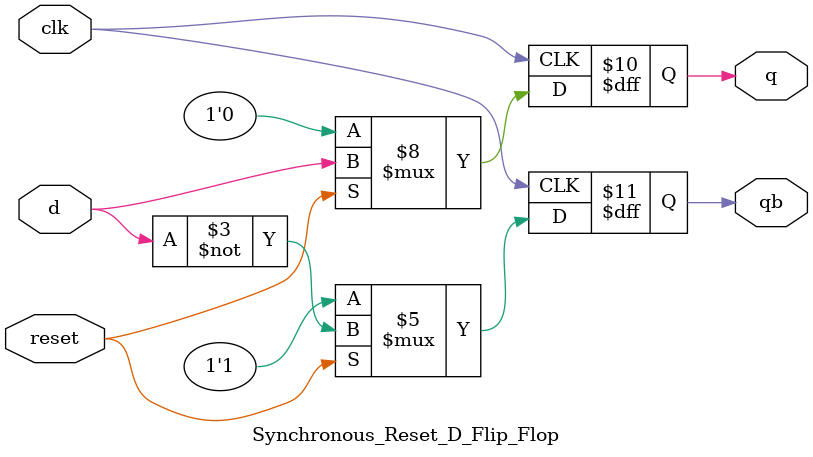
<source format=v>
`timescale 1ns / 1ps


module Synchronous_Reset_D_Flip_Flop(
    input clk,
    input reset,
    input d,
    output reg q,
    output reg qb
    );
   always@(posedge clk)
       begin 
            //If the reset signal is active low, the output Q=0,~Q=1 is forcibly set;
            if(!reset) 
                begin 
                    q<=0; 
                    qb<=1; 
                end 
            //If the reset signal is high, the synchronous reset D flip-flop is identical to the function implemented by the basic D flip-flop.
            else 
                begin
                    q<=d; 
                    qb<=~d; 
                end 
       end  
endmodule

</source>
